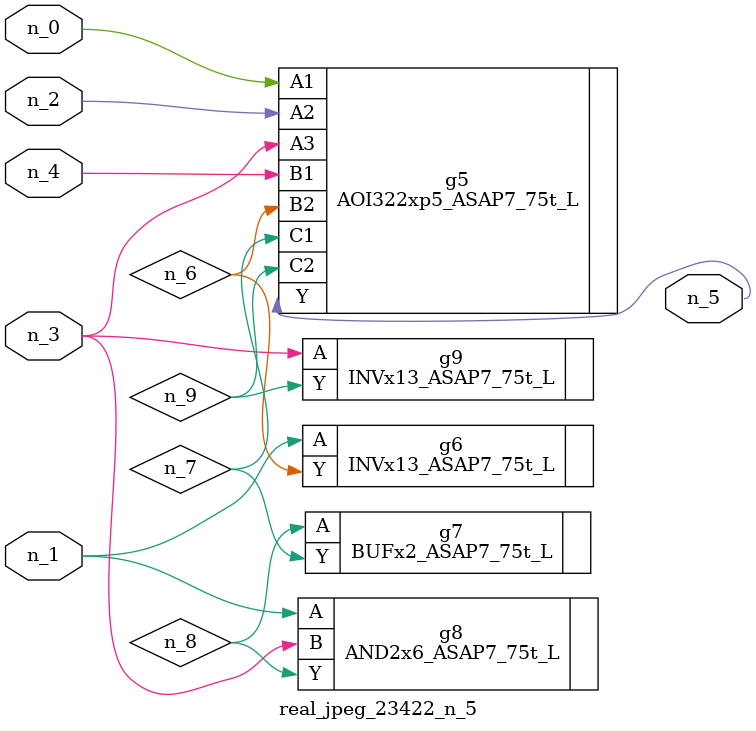
<source format=v>
module real_jpeg_23422_n_5 (n_4, n_0, n_1, n_2, n_3, n_5);

input n_4;
input n_0;
input n_1;
input n_2;
input n_3;

output n_5;

wire n_8;
wire n_6;
wire n_7;
wire n_9;

AOI322xp5_ASAP7_75t_L g5 ( 
.A1(n_0),
.A2(n_2),
.A3(n_3),
.B1(n_4),
.B2(n_6),
.C1(n_7),
.C2(n_9),
.Y(n_5)
);

INVx13_ASAP7_75t_L g6 ( 
.A(n_1),
.Y(n_6)
);

AND2x6_ASAP7_75t_L g8 ( 
.A(n_1),
.B(n_3),
.Y(n_8)
);

INVx13_ASAP7_75t_L g9 ( 
.A(n_3),
.Y(n_9)
);

BUFx2_ASAP7_75t_L g7 ( 
.A(n_8),
.Y(n_7)
);


endmodule
</source>
